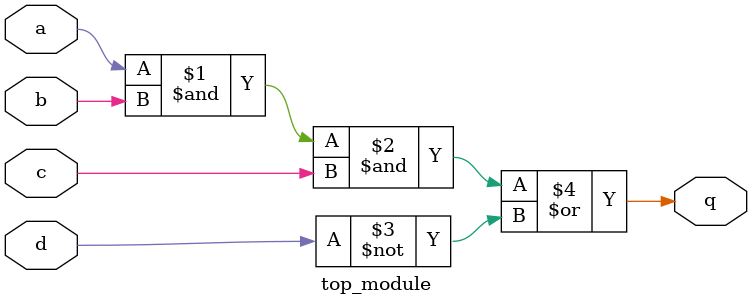
<source format=sv>
module top_module (
    input a, 
    input b, 
    input c, 
    input d,
    output q
);

    assign q = (a & b & c) | (~d);

endmodule

</source>
